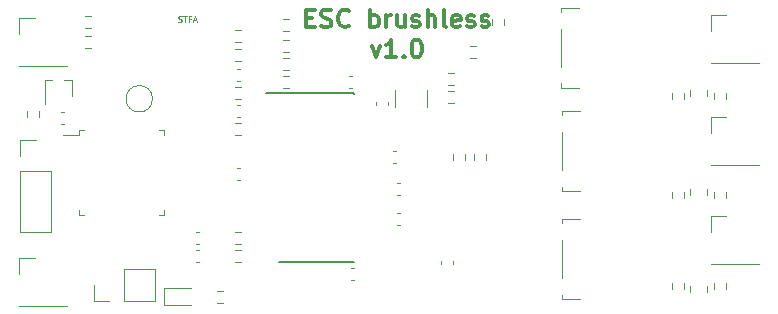
<source format=gto>
G04 #@! TF.GenerationSoftware,KiCad,Pcbnew,5.1.10-1.fc32*
G04 #@! TF.CreationDate,2021-08-09T17:43:32+02:00*
G04 #@! TF.ProjectId,esc_brushless,6573635f-6272-4757-9368-6c6573732e6b,rev?*
G04 #@! TF.SameCoordinates,Original*
G04 #@! TF.FileFunction,Legend,Top*
G04 #@! TF.FilePolarity,Positive*
%FSLAX46Y46*%
G04 Gerber Fmt 4.6, Leading zero omitted, Abs format (unit mm)*
G04 Created by KiCad (PCBNEW 5.1.10-1.fc32) date 2021-08-09 17:43:32*
%MOMM*%
%LPD*%
G01*
G04 APERTURE LIST*
%ADD10C,0.125000*%
%ADD11C,0.300000*%
%ADD12C,0.120000*%
%ADD13C,0.150000*%
%ADD14R,0.450000X0.700000*%
%ADD15R,3.400000X3.400000*%
%ADD16R,1.700000X1.700000*%
%ADD17O,1.700000X1.700000*%
%ADD18R,3.500000X2.000000*%
%ADD19R,7.000000X7.000000*%
%ADD20O,1.250000X1.250000*%
%ADD21R,1.550000X0.300000*%
%ADD22R,3.610000X6.350000*%
G04 APERTURE END LIST*
D10*
X203708095Y-94182380D02*
X203779523Y-94206190D01*
X203898571Y-94206190D01*
X203946190Y-94182380D01*
X203970000Y-94158571D01*
X203993809Y-94110952D01*
X203993809Y-94063333D01*
X203970000Y-94015714D01*
X203946190Y-93991904D01*
X203898571Y-93968095D01*
X203803333Y-93944285D01*
X203755714Y-93920476D01*
X203731904Y-93896666D01*
X203708095Y-93849047D01*
X203708095Y-93801428D01*
X203731904Y-93753809D01*
X203755714Y-93730000D01*
X203803333Y-93706190D01*
X203922380Y-93706190D01*
X203993809Y-93730000D01*
X204136666Y-93706190D02*
X204422380Y-93706190D01*
X204279523Y-94206190D02*
X204279523Y-93706190D01*
X204755714Y-93944285D02*
X204589047Y-93944285D01*
X204589047Y-94206190D02*
X204589047Y-93706190D01*
X204827142Y-93706190D01*
X204993809Y-94063333D02*
X205231904Y-94063333D01*
X204946190Y-94206190D02*
X205112857Y-93706190D01*
X205279523Y-94206190D01*
D11*
X214535714Y-93867857D02*
X215035714Y-93867857D01*
X215250000Y-94653571D02*
X214535714Y-94653571D01*
X214535714Y-93153571D01*
X215250000Y-93153571D01*
X215821428Y-94582142D02*
X216035714Y-94653571D01*
X216392857Y-94653571D01*
X216535714Y-94582142D01*
X216607142Y-94510714D01*
X216678571Y-94367857D01*
X216678571Y-94225000D01*
X216607142Y-94082142D01*
X216535714Y-94010714D01*
X216392857Y-93939285D01*
X216107142Y-93867857D01*
X215964285Y-93796428D01*
X215892857Y-93725000D01*
X215821428Y-93582142D01*
X215821428Y-93439285D01*
X215892857Y-93296428D01*
X215964285Y-93225000D01*
X216107142Y-93153571D01*
X216464285Y-93153571D01*
X216678571Y-93225000D01*
X218178571Y-94510714D02*
X218107142Y-94582142D01*
X217892857Y-94653571D01*
X217750000Y-94653571D01*
X217535714Y-94582142D01*
X217392857Y-94439285D01*
X217321428Y-94296428D01*
X217250000Y-94010714D01*
X217250000Y-93796428D01*
X217321428Y-93510714D01*
X217392857Y-93367857D01*
X217535714Y-93225000D01*
X217750000Y-93153571D01*
X217892857Y-93153571D01*
X218107142Y-93225000D01*
X218178571Y-93296428D01*
X219964285Y-94653571D02*
X219964285Y-93153571D01*
X219964285Y-93725000D02*
X220107142Y-93653571D01*
X220392857Y-93653571D01*
X220535714Y-93725000D01*
X220607142Y-93796428D01*
X220678571Y-93939285D01*
X220678571Y-94367857D01*
X220607142Y-94510714D01*
X220535714Y-94582142D01*
X220392857Y-94653571D01*
X220107142Y-94653571D01*
X219964285Y-94582142D01*
X221321428Y-94653571D02*
X221321428Y-93653571D01*
X221321428Y-93939285D02*
X221392857Y-93796428D01*
X221464285Y-93725000D01*
X221607142Y-93653571D01*
X221750000Y-93653571D01*
X222892857Y-93653571D02*
X222892857Y-94653571D01*
X222250000Y-93653571D02*
X222250000Y-94439285D01*
X222321428Y-94582142D01*
X222464285Y-94653571D01*
X222678571Y-94653571D01*
X222821428Y-94582142D01*
X222892857Y-94510714D01*
X223535714Y-94582142D02*
X223678571Y-94653571D01*
X223964285Y-94653571D01*
X224107142Y-94582142D01*
X224178571Y-94439285D01*
X224178571Y-94367857D01*
X224107142Y-94225000D01*
X223964285Y-94153571D01*
X223750000Y-94153571D01*
X223607142Y-94082142D01*
X223535714Y-93939285D01*
X223535714Y-93867857D01*
X223607142Y-93725000D01*
X223750000Y-93653571D01*
X223964285Y-93653571D01*
X224107142Y-93725000D01*
X224821428Y-94653571D02*
X224821428Y-93153571D01*
X225464285Y-94653571D02*
X225464285Y-93867857D01*
X225392857Y-93725000D01*
X225250000Y-93653571D01*
X225035714Y-93653571D01*
X224892857Y-93725000D01*
X224821428Y-93796428D01*
X226392857Y-94653571D02*
X226250000Y-94582142D01*
X226178571Y-94439285D01*
X226178571Y-93153571D01*
X227535714Y-94582142D02*
X227392857Y-94653571D01*
X227107142Y-94653571D01*
X226964285Y-94582142D01*
X226892857Y-94439285D01*
X226892857Y-93867857D01*
X226964285Y-93725000D01*
X227107142Y-93653571D01*
X227392857Y-93653571D01*
X227535714Y-93725000D01*
X227607142Y-93867857D01*
X227607142Y-94010714D01*
X226892857Y-94153571D01*
X228178571Y-94582142D02*
X228321428Y-94653571D01*
X228607142Y-94653571D01*
X228750000Y-94582142D01*
X228821428Y-94439285D01*
X228821428Y-94367857D01*
X228750000Y-94225000D01*
X228607142Y-94153571D01*
X228392857Y-94153571D01*
X228250000Y-94082142D01*
X228178571Y-93939285D01*
X228178571Y-93867857D01*
X228250000Y-93725000D01*
X228392857Y-93653571D01*
X228607142Y-93653571D01*
X228750000Y-93725000D01*
X229392857Y-94582142D02*
X229535714Y-94653571D01*
X229821428Y-94653571D01*
X229964285Y-94582142D01*
X230035714Y-94439285D01*
X230035714Y-94367857D01*
X229964285Y-94225000D01*
X229821428Y-94153571D01*
X229607142Y-94153571D01*
X229464285Y-94082142D01*
X229392857Y-93939285D01*
X229392857Y-93867857D01*
X229464285Y-93725000D01*
X229607142Y-93653571D01*
X229821428Y-93653571D01*
X229964285Y-93725000D01*
X220107142Y-96203571D02*
X220464285Y-97203571D01*
X220821428Y-96203571D01*
X222178571Y-97203571D02*
X221321428Y-97203571D01*
X221750000Y-97203571D02*
X221750000Y-95703571D01*
X221607142Y-95917857D01*
X221464285Y-96060714D01*
X221321428Y-96132142D01*
X222821428Y-97060714D02*
X222892857Y-97132142D01*
X222821428Y-97203571D01*
X222750000Y-97132142D01*
X222821428Y-97060714D01*
X222821428Y-97203571D01*
X223821428Y-95703571D02*
X223964285Y-95703571D01*
X224107142Y-95775000D01*
X224178571Y-95846428D01*
X224250000Y-95989285D01*
X224321428Y-96275000D01*
X224321428Y-96632142D01*
X224250000Y-96917857D01*
X224178571Y-97060714D01*
X224107142Y-97132142D01*
X223964285Y-97203571D01*
X223821428Y-97203571D01*
X223678571Y-97132142D01*
X223607142Y-97060714D01*
X223535714Y-96917857D01*
X223464285Y-96632142D01*
X223464285Y-96275000D01*
X223535714Y-95989285D01*
X223607142Y-95846428D01*
X223678571Y-95775000D01*
X223821428Y-95703571D01*
D12*
X248512000Y-117101252D02*
X248512000Y-116578748D01*
X247042000Y-117101252D02*
X247042000Y-116578748D01*
X247042000Y-108846252D02*
X247042000Y-108323748D01*
X248512000Y-108846252D02*
X248512000Y-108323748D01*
X248512000Y-100464252D02*
X248512000Y-99941748D01*
X247042000Y-100464252D02*
X247042000Y-99941748D01*
X222033000Y-101422252D02*
X222033000Y-99999748D01*
X224753000Y-101422252D02*
X224753000Y-99999748D01*
X218586267Y-116080000D02*
X218293733Y-116080000D01*
X218586267Y-115060000D02*
X218293733Y-115060000D01*
X221490000Y-101238267D02*
X221490000Y-100945733D01*
X220470000Y-101238267D02*
X220470000Y-100945733D01*
X205505267Y-112012000D02*
X205212733Y-112012000D01*
X205505267Y-113032000D02*
X205212733Y-113032000D01*
X205505267Y-114556000D02*
X205212733Y-114556000D01*
X205505267Y-113536000D02*
X205212733Y-113536000D01*
X218459267Y-99824000D02*
X218166733Y-99824000D01*
X218459267Y-98804000D02*
X218166733Y-98804000D01*
X221849733Y-105154000D02*
X222142267Y-105154000D01*
X221849733Y-106174000D02*
X222142267Y-106174000D01*
X222230733Y-108841000D02*
X222523267Y-108841000D01*
X222230733Y-107821000D02*
X222523267Y-107821000D01*
X222230733Y-110361000D02*
X222523267Y-110361000D01*
X222230733Y-111381000D02*
X222523267Y-111381000D01*
X208934267Y-106551000D02*
X208641733Y-106551000D01*
X208934267Y-107571000D02*
X208641733Y-107571000D01*
X208641733Y-98169000D02*
X208934267Y-98169000D01*
X208641733Y-99189000D02*
X208934267Y-99189000D01*
X208934267Y-101217000D02*
X208641733Y-101217000D01*
X208934267Y-102237000D02*
X208641733Y-102237000D01*
X194075267Y-102872000D02*
X193782733Y-102872000D01*
X194075267Y-101852000D02*
X193782733Y-101852000D01*
X204762000Y-116740000D02*
X202477000Y-116740000D01*
X202477000Y-116740000D02*
X202477000Y-118210000D01*
X202477000Y-118210000D02*
X204762000Y-118210000D01*
X194048000Y-99092000D02*
X194708000Y-99092000D01*
X192388000Y-99092000D02*
X193048000Y-99092000D01*
X192388000Y-99092000D02*
X192388000Y-101122000D01*
X194708000Y-100502000D02*
X194708000Y-99092000D01*
X190246000Y-93853000D02*
X191576000Y-93853000D01*
X190246000Y-95183000D02*
X190246000Y-93853000D01*
X194310000Y-97917000D02*
X190246000Y-97917000D01*
X194310000Y-118237000D02*
X190246000Y-118237000D01*
X190246000Y-115503000D02*
X190246000Y-114173000D01*
X190246000Y-114173000D02*
X191576000Y-114173000D01*
X190313000Y-111947000D02*
X192973000Y-111947000D01*
X190313000Y-106807000D02*
X190313000Y-111947000D01*
X192973000Y-106807000D02*
X192973000Y-111947000D01*
X190313000Y-106807000D02*
X192973000Y-106807000D01*
X190313000Y-105537000D02*
X190313000Y-104207000D01*
X190313000Y-104207000D02*
X191643000Y-104207000D01*
X201736000Y-117789000D02*
X201736000Y-115129000D01*
X199136000Y-117789000D02*
X201736000Y-117789000D01*
X199136000Y-115129000D02*
X201736000Y-115129000D01*
X199136000Y-117789000D02*
X199136000Y-115129000D01*
X197866000Y-117789000D02*
X196536000Y-117789000D01*
X196536000Y-117789000D02*
X196536000Y-116459000D01*
X252857000Y-114681000D02*
X248793000Y-114681000D01*
X248793000Y-111947000D02*
X248793000Y-110617000D01*
X248793000Y-110617000D02*
X250123000Y-110617000D01*
X248793000Y-102235000D02*
X250123000Y-102235000D01*
X248793000Y-103565000D02*
X248793000Y-102235000D01*
X252857000Y-106299000D02*
X248793000Y-106299000D01*
X248793000Y-93599000D02*
X250123000Y-93599000D01*
X248793000Y-94929000D02*
X248793000Y-93599000D01*
X252857000Y-97663000D02*
X248793000Y-97663000D01*
X236231000Y-117700000D02*
X236231000Y-117300000D01*
X237731000Y-117700000D02*
X236231000Y-117700000D01*
X236231000Y-115900000D02*
X236231000Y-112700000D01*
X236231000Y-110900000D02*
X237731000Y-110900000D01*
X236231000Y-111250000D02*
X236231000Y-110900000D01*
X236231000Y-102106000D02*
X236231000Y-101756000D01*
X236231000Y-101756000D02*
X237731000Y-101756000D01*
X236231000Y-106756000D02*
X236231000Y-103556000D01*
X237731000Y-108556000D02*
X236231000Y-108556000D01*
X236231000Y-108556000D02*
X236231000Y-108156000D01*
X236104000Y-93343000D02*
X236104000Y-92993000D01*
X236104000Y-92993000D02*
X237604000Y-92993000D01*
X236104000Y-97993000D02*
X236104000Y-94793000D01*
X237604000Y-99793000D02*
X236104000Y-99793000D01*
X236104000Y-99793000D02*
X236104000Y-99393000D01*
X191911500Y-101726276D02*
X191911500Y-102235724D01*
X190866500Y-101726276D02*
X190866500Y-102235724D01*
X207009276Y-116952500D02*
X207518724Y-116952500D01*
X207009276Y-117997500D02*
X207518724Y-117997500D01*
X227979500Y-105918724D02*
X227979500Y-105409276D01*
X226934500Y-105918724D02*
X226934500Y-105409276D01*
X227076724Y-101106500D02*
X226567276Y-101106500D01*
X227076724Y-100061500D02*
X226567276Y-100061500D01*
X231281500Y-94488724D02*
X231281500Y-93979276D01*
X230236500Y-94488724D02*
X230236500Y-93979276D01*
X228712500Y-105918724D02*
X228712500Y-105409276D01*
X229757500Y-105918724D02*
X229757500Y-105409276D01*
X227076724Y-98537500D02*
X226567276Y-98537500D01*
X227076724Y-99582500D02*
X226567276Y-99582500D01*
X228894724Y-97296500D02*
X228385276Y-97296500D01*
X228894724Y-96251500D02*
X228385276Y-96251500D01*
X245476500Y-116840724D02*
X245476500Y-116331276D01*
X246521500Y-116840724D02*
X246521500Y-116331276D01*
X249032500Y-116331276D02*
X249032500Y-116840724D01*
X250077500Y-116331276D02*
X250077500Y-116840724D01*
X246521500Y-109093724D02*
X246521500Y-108584276D01*
X245476500Y-109093724D02*
X245476500Y-108584276D01*
X250077500Y-108584276D02*
X250077500Y-109093724D01*
X249032500Y-108584276D02*
X249032500Y-109093724D01*
X245476500Y-100711724D02*
X245476500Y-100202276D01*
X246521500Y-100711724D02*
X246521500Y-100202276D01*
X249032500Y-100202276D02*
X249032500Y-100711724D01*
X250077500Y-100202276D02*
X250077500Y-100711724D01*
X212597276Y-93965500D02*
X213106724Y-93965500D01*
X212597276Y-95010500D02*
X213106724Y-95010500D01*
X209042724Y-103773500D02*
X208533276Y-103773500D01*
X209042724Y-102728500D02*
X208533276Y-102728500D01*
X208533276Y-95899500D02*
X209042724Y-95899500D01*
X208533276Y-94854500D02*
X209042724Y-94854500D01*
X209042724Y-113044500D02*
X208533276Y-113044500D01*
X209042724Y-111999500D02*
X208533276Y-111999500D01*
X209042724Y-113523500D02*
X208533276Y-113523500D01*
X209042724Y-114568500D02*
X208533276Y-114568500D01*
X209042724Y-96505500D02*
X208533276Y-96505500D01*
X209042724Y-97550500D02*
X208533276Y-97550500D01*
X212573776Y-98791500D02*
X213083224Y-98791500D01*
X212573776Y-99836500D02*
X213083224Y-99836500D01*
X212597276Y-95743500D02*
X213106724Y-95743500D01*
X212597276Y-96788500D02*
X213106724Y-96788500D01*
X213106724Y-97267500D02*
X212597276Y-97267500D01*
X213106724Y-98312500D02*
X212597276Y-98312500D01*
X209042724Y-100725500D02*
X208533276Y-100725500D01*
X209042724Y-99680500D02*
X208533276Y-99680500D01*
X196342724Y-93711500D02*
X195833276Y-93711500D01*
X196342724Y-94756500D02*
X195833276Y-94756500D01*
X195833276Y-96407500D02*
X196342724Y-96407500D01*
X195833276Y-95362500D02*
X196342724Y-95362500D01*
X201526000Y-100711000D02*
G75*
G03*
X201526000Y-100711000I-1120000J0D01*
G01*
D13*
X212217000Y-114567000D02*
X218567000Y-114567000D01*
X211142000Y-100242000D02*
X218567000Y-100242000D01*
X212217000Y-114567000D02*
X212217000Y-114559500D01*
X218567000Y-114567000D02*
X218567000Y-114559500D01*
X218567000Y-100317000D02*
X218567000Y-100324500D01*
D12*
X202042000Y-110544000D02*
X202492000Y-110544000D01*
X202492000Y-110544000D02*
X202492000Y-110094000D01*
X195722000Y-110544000D02*
X195272000Y-110544000D01*
X195272000Y-110544000D02*
X195272000Y-110094000D01*
X202042000Y-103324000D02*
X202492000Y-103324000D01*
X202492000Y-103324000D02*
X202492000Y-103774000D01*
X195722000Y-103324000D02*
X195272000Y-103324000D01*
X195272000Y-103324000D02*
X195272000Y-103774000D01*
X195272000Y-103774000D02*
X193982000Y-103774000D01*
X226951000Y-114407733D02*
X226951000Y-114700267D01*
X225931000Y-114407733D02*
X225931000Y-114700267D01*
%LPC*%
G36*
G01*
X248252000Y-118465000D02*
X247302000Y-118465000D01*
G75*
G02*
X247052000Y-118215000I0J250000D01*
G01*
X247052000Y-117540000D01*
G75*
G02*
X247302000Y-117290000I250000J0D01*
G01*
X248252000Y-117290000D01*
G75*
G02*
X248502000Y-117540000I0J-250000D01*
G01*
X248502000Y-118215000D01*
G75*
G02*
X248252000Y-118465000I-250000J0D01*
G01*
G37*
G36*
G01*
X248252000Y-116390000D02*
X247302000Y-116390000D01*
G75*
G02*
X247052000Y-116140000I0J250000D01*
G01*
X247052000Y-115465000D01*
G75*
G02*
X247302000Y-115215000I250000J0D01*
G01*
X248252000Y-115215000D01*
G75*
G02*
X248502000Y-115465000I0J-250000D01*
G01*
X248502000Y-116140000D01*
G75*
G02*
X248252000Y-116390000I-250000J0D01*
G01*
G37*
G36*
G01*
X248252000Y-108135000D02*
X247302000Y-108135000D01*
G75*
G02*
X247052000Y-107885000I0J250000D01*
G01*
X247052000Y-107210000D01*
G75*
G02*
X247302000Y-106960000I250000J0D01*
G01*
X248252000Y-106960000D01*
G75*
G02*
X248502000Y-107210000I0J-250000D01*
G01*
X248502000Y-107885000D01*
G75*
G02*
X248252000Y-108135000I-250000J0D01*
G01*
G37*
G36*
G01*
X248252000Y-110210000D02*
X247302000Y-110210000D01*
G75*
G02*
X247052000Y-109960000I0J250000D01*
G01*
X247052000Y-109285000D01*
G75*
G02*
X247302000Y-109035000I250000J0D01*
G01*
X248252000Y-109035000D01*
G75*
G02*
X248502000Y-109285000I0J-250000D01*
G01*
X248502000Y-109960000D01*
G75*
G02*
X248252000Y-110210000I-250000J0D01*
G01*
G37*
G36*
G01*
X248252000Y-101828000D02*
X247302000Y-101828000D01*
G75*
G02*
X247052000Y-101578000I0J250000D01*
G01*
X247052000Y-100903000D01*
G75*
G02*
X247302000Y-100653000I250000J0D01*
G01*
X248252000Y-100653000D01*
G75*
G02*
X248502000Y-100903000I0J-250000D01*
G01*
X248502000Y-101578000D01*
G75*
G02*
X248252000Y-101828000I-250000J0D01*
G01*
G37*
G36*
G01*
X248252000Y-99753000D02*
X247302000Y-99753000D01*
G75*
G02*
X247052000Y-99503000I0J250000D01*
G01*
X247052000Y-98828000D01*
G75*
G02*
X247302000Y-98578000I250000J0D01*
G01*
X248252000Y-98578000D01*
G75*
G02*
X248502000Y-98828000I0J-250000D01*
G01*
X248502000Y-99503000D01*
G75*
G02*
X248252000Y-99753000I-250000J0D01*
G01*
G37*
G36*
G01*
X224493002Y-102936000D02*
X222292998Y-102936000D01*
G75*
G02*
X222043000Y-102686002I0J249998D01*
G01*
X222043000Y-101860998D01*
G75*
G02*
X222292998Y-101611000I249998J0D01*
G01*
X224493002Y-101611000D01*
G75*
G02*
X224743000Y-101860998I0J-249998D01*
G01*
X224743000Y-102686002D01*
G75*
G02*
X224493002Y-102936000I-249998J0D01*
G01*
G37*
G36*
G01*
X224493002Y-99811000D02*
X222292998Y-99811000D01*
G75*
G02*
X222043000Y-99561002I0J249998D01*
G01*
X222043000Y-98735998D01*
G75*
G02*
X222292998Y-98486000I249998J0D01*
G01*
X224493002Y-98486000D01*
G75*
G02*
X224743000Y-98735998I0J-249998D01*
G01*
X224743000Y-99561002D01*
G75*
G02*
X224493002Y-99811000I-249998J0D01*
G01*
G37*
G36*
G01*
X219840000Y-115332500D02*
X219840000Y-115807500D01*
G75*
G02*
X219602500Y-116045000I-237500J0D01*
G01*
X219002500Y-116045000D01*
G75*
G02*
X218765000Y-115807500I0J237500D01*
G01*
X218765000Y-115332500D01*
G75*
G02*
X219002500Y-115095000I237500J0D01*
G01*
X219602500Y-115095000D01*
G75*
G02*
X219840000Y-115332500I0J-237500D01*
G01*
G37*
G36*
G01*
X218115000Y-115332500D02*
X218115000Y-115807500D01*
G75*
G02*
X217877500Y-116045000I-237500J0D01*
G01*
X217277500Y-116045000D01*
G75*
G02*
X217040000Y-115807500I0J237500D01*
G01*
X217040000Y-115332500D01*
G75*
G02*
X217277500Y-115095000I237500J0D01*
G01*
X217877500Y-115095000D01*
G75*
G02*
X218115000Y-115332500I0J-237500D01*
G01*
G37*
G36*
G01*
X221217500Y-100767000D02*
X220742500Y-100767000D01*
G75*
G02*
X220505000Y-100529500I0J237500D01*
G01*
X220505000Y-99929500D01*
G75*
G02*
X220742500Y-99692000I237500J0D01*
G01*
X221217500Y-99692000D01*
G75*
G02*
X221455000Y-99929500I0J-237500D01*
G01*
X221455000Y-100529500D01*
G75*
G02*
X221217500Y-100767000I-237500J0D01*
G01*
G37*
G36*
G01*
X221217500Y-102492000D02*
X220742500Y-102492000D01*
G75*
G02*
X220505000Y-102254500I0J237500D01*
G01*
X220505000Y-101654500D01*
G75*
G02*
X220742500Y-101417000I237500J0D01*
G01*
X221217500Y-101417000D01*
G75*
G02*
X221455000Y-101654500I0J-237500D01*
G01*
X221455000Y-102254500D01*
G75*
G02*
X221217500Y-102492000I-237500J0D01*
G01*
G37*
G36*
G01*
X205034000Y-112284500D02*
X205034000Y-112759500D01*
G75*
G02*
X204796500Y-112997000I-237500J0D01*
G01*
X204196500Y-112997000D01*
G75*
G02*
X203959000Y-112759500I0J237500D01*
G01*
X203959000Y-112284500D01*
G75*
G02*
X204196500Y-112047000I237500J0D01*
G01*
X204796500Y-112047000D01*
G75*
G02*
X205034000Y-112284500I0J-237500D01*
G01*
G37*
G36*
G01*
X206759000Y-112284500D02*
X206759000Y-112759500D01*
G75*
G02*
X206521500Y-112997000I-237500J0D01*
G01*
X205921500Y-112997000D01*
G75*
G02*
X205684000Y-112759500I0J237500D01*
G01*
X205684000Y-112284500D01*
G75*
G02*
X205921500Y-112047000I237500J0D01*
G01*
X206521500Y-112047000D01*
G75*
G02*
X206759000Y-112284500I0J-237500D01*
G01*
G37*
G36*
G01*
X206759000Y-113808500D02*
X206759000Y-114283500D01*
G75*
G02*
X206521500Y-114521000I-237500J0D01*
G01*
X205921500Y-114521000D01*
G75*
G02*
X205684000Y-114283500I0J237500D01*
G01*
X205684000Y-113808500D01*
G75*
G02*
X205921500Y-113571000I237500J0D01*
G01*
X206521500Y-113571000D01*
G75*
G02*
X206759000Y-113808500I0J-237500D01*
G01*
G37*
G36*
G01*
X205034000Y-113808500D02*
X205034000Y-114283500D01*
G75*
G02*
X204796500Y-114521000I-237500J0D01*
G01*
X204196500Y-114521000D01*
G75*
G02*
X203959000Y-114283500I0J237500D01*
G01*
X203959000Y-113808500D01*
G75*
G02*
X204196500Y-113571000I237500J0D01*
G01*
X204796500Y-113571000D01*
G75*
G02*
X205034000Y-113808500I0J-237500D01*
G01*
G37*
G36*
G01*
X219713000Y-99076500D02*
X219713000Y-99551500D01*
G75*
G02*
X219475500Y-99789000I-237500J0D01*
G01*
X218875500Y-99789000D01*
G75*
G02*
X218638000Y-99551500I0J237500D01*
G01*
X218638000Y-99076500D01*
G75*
G02*
X218875500Y-98839000I237500J0D01*
G01*
X219475500Y-98839000D01*
G75*
G02*
X219713000Y-99076500I0J-237500D01*
G01*
G37*
G36*
G01*
X217988000Y-99076500D02*
X217988000Y-99551500D01*
G75*
G02*
X217750500Y-99789000I-237500J0D01*
G01*
X217150500Y-99789000D01*
G75*
G02*
X216913000Y-99551500I0J237500D01*
G01*
X216913000Y-99076500D01*
G75*
G02*
X217150500Y-98839000I237500J0D01*
G01*
X217750500Y-98839000D01*
G75*
G02*
X217988000Y-99076500I0J-237500D01*
G01*
G37*
G36*
G01*
X220596000Y-105901500D02*
X220596000Y-105426500D01*
G75*
G02*
X220833500Y-105189000I237500J0D01*
G01*
X221433500Y-105189000D01*
G75*
G02*
X221671000Y-105426500I0J-237500D01*
G01*
X221671000Y-105901500D01*
G75*
G02*
X221433500Y-106139000I-237500J0D01*
G01*
X220833500Y-106139000D01*
G75*
G02*
X220596000Y-105901500I0J237500D01*
G01*
G37*
G36*
G01*
X222321000Y-105901500D02*
X222321000Y-105426500D01*
G75*
G02*
X222558500Y-105189000I237500J0D01*
G01*
X223158500Y-105189000D01*
G75*
G02*
X223396000Y-105426500I0J-237500D01*
G01*
X223396000Y-105901500D01*
G75*
G02*
X223158500Y-106139000I-237500J0D01*
G01*
X222558500Y-106139000D01*
G75*
G02*
X222321000Y-105901500I0J237500D01*
G01*
G37*
G36*
G01*
X222702000Y-108568500D02*
X222702000Y-108093500D01*
G75*
G02*
X222939500Y-107856000I237500J0D01*
G01*
X223539500Y-107856000D01*
G75*
G02*
X223777000Y-108093500I0J-237500D01*
G01*
X223777000Y-108568500D01*
G75*
G02*
X223539500Y-108806000I-237500J0D01*
G01*
X222939500Y-108806000D01*
G75*
G02*
X222702000Y-108568500I0J237500D01*
G01*
G37*
G36*
G01*
X220977000Y-108568500D02*
X220977000Y-108093500D01*
G75*
G02*
X221214500Y-107856000I237500J0D01*
G01*
X221814500Y-107856000D01*
G75*
G02*
X222052000Y-108093500I0J-237500D01*
G01*
X222052000Y-108568500D01*
G75*
G02*
X221814500Y-108806000I-237500J0D01*
G01*
X221214500Y-108806000D01*
G75*
G02*
X220977000Y-108568500I0J237500D01*
G01*
G37*
G36*
G01*
X220977000Y-111108500D02*
X220977000Y-110633500D01*
G75*
G02*
X221214500Y-110396000I237500J0D01*
G01*
X221814500Y-110396000D01*
G75*
G02*
X222052000Y-110633500I0J-237500D01*
G01*
X222052000Y-111108500D01*
G75*
G02*
X221814500Y-111346000I-237500J0D01*
G01*
X221214500Y-111346000D01*
G75*
G02*
X220977000Y-111108500I0J237500D01*
G01*
G37*
G36*
G01*
X222702000Y-111108500D02*
X222702000Y-110633500D01*
G75*
G02*
X222939500Y-110396000I237500J0D01*
G01*
X223539500Y-110396000D01*
G75*
G02*
X223777000Y-110633500I0J-237500D01*
G01*
X223777000Y-111108500D01*
G75*
G02*
X223539500Y-111346000I-237500J0D01*
G01*
X222939500Y-111346000D01*
G75*
G02*
X222702000Y-111108500I0J237500D01*
G01*
G37*
G36*
G01*
X208463000Y-106823500D02*
X208463000Y-107298500D01*
G75*
G02*
X208225500Y-107536000I-237500J0D01*
G01*
X207625500Y-107536000D01*
G75*
G02*
X207388000Y-107298500I0J237500D01*
G01*
X207388000Y-106823500D01*
G75*
G02*
X207625500Y-106586000I237500J0D01*
G01*
X208225500Y-106586000D01*
G75*
G02*
X208463000Y-106823500I0J-237500D01*
G01*
G37*
G36*
G01*
X210188000Y-106823500D02*
X210188000Y-107298500D01*
G75*
G02*
X209950500Y-107536000I-237500J0D01*
G01*
X209350500Y-107536000D01*
G75*
G02*
X209113000Y-107298500I0J237500D01*
G01*
X209113000Y-106823500D01*
G75*
G02*
X209350500Y-106586000I237500J0D01*
G01*
X209950500Y-106586000D01*
G75*
G02*
X210188000Y-106823500I0J-237500D01*
G01*
G37*
G36*
G01*
X207388000Y-98916500D02*
X207388000Y-98441500D01*
G75*
G02*
X207625500Y-98204000I237500J0D01*
G01*
X208225500Y-98204000D01*
G75*
G02*
X208463000Y-98441500I0J-237500D01*
G01*
X208463000Y-98916500D01*
G75*
G02*
X208225500Y-99154000I-237500J0D01*
G01*
X207625500Y-99154000D01*
G75*
G02*
X207388000Y-98916500I0J237500D01*
G01*
G37*
G36*
G01*
X209113000Y-98916500D02*
X209113000Y-98441500D01*
G75*
G02*
X209350500Y-98204000I237500J0D01*
G01*
X209950500Y-98204000D01*
G75*
G02*
X210188000Y-98441500I0J-237500D01*
G01*
X210188000Y-98916500D01*
G75*
G02*
X209950500Y-99154000I-237500J0D01*
G01*
X209350500Y-99154000D01*
G75*
G02*
X209113000Y-98916500I0J237500D01*
G01*
G37*
G36*
G01*
X208463000Y-101489500D02*
X208463000Y-101964500D01*
G75*
G02*
X208225500Y-102202000I-237500J0D01*
G01*
X207625500Y-102202000D01*
G75*
G02*
X207388000Y-101964500I0J237500D01*
G01*
X207388000Y-101489500D01*
G75*
G02*
X207625500Y-101252000I237500J0D01*
G01*
X208225500Y-101252000D01*
G75*
G02*
X208463000Y-101489500I0J-237500D01*
G01*
G37*
G36*
G01*
X210188000Y-101489500D02*
X210188000Y-101964500D01*
G75*
G02*
X209950500Y-102202000I-237500J0D01*
G01*
X209350500Y-102202000D01*
G75*
G02*
X209113000Y-101964500I0J237500D01*
G01*
X209113000Y-101489500D01*
G75*
G02*
X209350500Y-101252000I237500J0D01*
G01*
X209950500Y-101252000D01*
G75*
G02*
X210188000Y-101489500I0J-237500D01*
G01*
G37*
G36*
G01*
X195329000Y-102124500D02*
X195329000Y-102599500D01*
G75*
G02*
X195091500Y-102837000I-237500J0D01*
G01*
X194491500Y-102837000D01*
G75*
G02*
X194254000Y-102599500I0J237500D01*
G01*
X194254000Y-102124500D01*
G75*
G02*
X194491500Y-101887000I237500J0D01*
G01*
X195091500Y-101887000D01*
G75*
G02*
X195329000Y-102124500I0J-237500D01*
G01*
G37*
G36*
G01*
X193604000Y-102124500D02*
X193604000Y-102599500D01*
G75*
G02*
X193366500Y-102837000I-237500J0D01*
G01*
X192766500Y-102837000D01*
G75*
G02*
X192529000Y-102599500I0J237500D01*
G01*
X192529000Y-102124500D01*
G75*
G02*
X192766500Y-101887000I237500J0D01*
G01*
X193366500Y-101887000D01*
G75*
G02*
X193604000Y-102124500I0J-237500D01*
G01*
G37*
G36*
G01*
X202737000Y-117731250D02*
X202737000Y-117218750D01*
G75*
G02*
X202955750Y-117000000I218750J0D01*
G01*
X203393250Y-117000000D01*
G75*
G02*
X203612000Y-117218750I0J-218750D01*
G01*
X203612000Y-117731250D01*
G75*
G02*
X203393250Y-117950000I-218750J0D01*
G01*
X202955750Y-117950000D01*
G75*
G02*
X202737000Y-117731250I0J218750D01*
G01*
G37*
G36*
G01*
X204312000Y-117731250D02*
X204312000Y-117218750D01*
G75*
G02*
X204530750Y-117000000I218750J0D01*
G01*
X204968250Y-117000000D01*
G75*
G02*
X205187000Y-117218750I0J-218750D01*
G01*
X205187000Y-117731250D01*
G75*
G02*
X204968250Y-117950000I-218750J0D01*
G01*
X204530750Y-117950000D01*
G75*
G02*
X204312000Y-117731250I0J218750D01*
G01*
G37*
D14*
X192898000Y-100822000D03*
X194198000Y-100822000D03*
X193548000Y-98822000D03*
D15*
X192278000Y-95885000D03*
X192278000Y-116205000D03*
D16*
X191643000Y-105537000D03*
D17*
X191643000Y-108077000D03*
X191643000Y-110617000D03*
D16*
X197866000Y-116459000D03*
D17*
X200406000Y-116459000D03*
D15*
X250825000Y-112649000D03*
X250825000Y-104267000D03*
X250825000Y-95631000D03*
D18*
X233931000Y-112000000D03*
X233931000Y-116580000D03*
D19*
X241331000Y-114300000D03*
X241331000Y-105156000D03*
D18*
X233931000Y-107436000D03*
X233931000Y-102856000D03*
D19*
X241204000Y-96393000D03*
D18*
X233804000Y-98673000D03*
X233804000Y-94093000D03*
G36*
G01*
X191151500Y-100581000D02*
X191626500Y-100581000D01*
G75*
G02*
X191864000Y-100818500I0J-237500D01*
G01*
X191864000Y-101318500D01*
G75*
G02*
X191626500Y-101556000I-237500J0D01*
G01*
X191151500Y-101556000D01*
G75*
G02*
X190914000Y-101318500I0J237500D01*
G01*
X190914000Y-100818500D01*
G75*
G02*
X191151500Y-100581000I237500J0D01*
G01*
G37*
G36*
G01*
X191151500Y-102406000D02*
X191626500Y-102406000D01*
G75*
G02*
X191864000Y-102643500I0J-237500D01*
G01*
X191864000Y-103143500D01*
G75*
G02*
X191626500Y-103381000I-237500J0D01*
G01*
X191151500Y-103381000D01*
G75*
G02*
X190914000Y-103143500I0J237500D01*
G01*
X190914000Y-102643500D01*
G75*
G02*
X191151500Y-102406000I237500J0D01*
G01*
G37*
G36*
G01*
X205864000Y-117712500D02*
X205864000Y-117237500D01*
G75*
G02*
X206101500Y-117000000I237500J0D01*
G01*
X206601500Y-117000000D01*
G75*
G02*
X206839000Y-117237500I0J-237500D01*
G01*
X206839000Y-117712500D01*
G75*
G02*
X206601500Y-117950000I-237500J0D01*
G01*
X206101500Y-117950000D01*
G75*
G02*
X205864000Y-117712500I0J237500D01*
G01*
G37*
G36*
G01*
X207689000Y-117712500D02*
X207689000Y-117237500D01*
G75*
G02*
X207926500Y-117000000I237500J0D01*
G01*
X208426500Y-117000000D01*
G75*
G02*
X208664000Y-117237500I0J-237500D01*
G01*
X208664000Y-117712500D01*
G75*
G02*
X208426500Y-117950000I-237500J0D01*
G01*
X207926500Y-117950000D01*
G75*
G02*
X207689000Y-117712500I0J237500D01*
G01*
G37*
G36*
G01*
X227694500Y-105239000D02*
X227219500Y-105239000D01*
G75*
G02*
X226982000Y-105001500I0J237500D01*
G01*
X226982000Y-104501500D01*
G75*
G02*
X227219500Y-104264000I237500J0D01*
G01*
X227694500Y-104264000D01*
G75*
G02*
X227932000Y-104501500I0J-237500D01*
G01*
X227932000Y-105001500D01*
G75*
G02*
X227694500Y-105239000I-237500J0D01*
G01*
G37*
G36*
G01*
X227694500Y-107064000D02*
X227219500Y-107064000D01*
G75*
G02*
X226982000Y-106826500I0J237500D01*
G01*
X226982000Y-106326500D01*
G75*
G02*
X227219500Y-106089000I237500J0D01*
G01*
X227694500Y-106089000D01*
G75*
G02*
X227932000Y-106326500I0J-237500D01*
G01*
X227932000Y-106826500D01*
G75*
G02*
X227694500Y-107064000I-237500J0D01*
G01*
G37*
G36*
G01*
X228222000Y-100346500D02*
X228222000Y-100821500D01*
G75*
G02*
X227984500Y-101059000I-237500J0D01*
G01*
X227484500Y-101059000D01*
G75*
G02*
X227247000Y-100821500I0J237500D01*
G01*
X227247000Y-100346500D01*
G75*
G02*
X227484500Y-100109000I237500J0D01*
G01*
X227984500Y-100109000D01*
G75*
G02*
X228222000Y-100346500I0J-237500D01*
G01*
G37*
G36*
G01*
X226397000Y-100346500D02*
X226397000Y-100821500D01*
G75*
G02*
X226159500Y-101059000I-237500J0D01*
G01*
X225659500Y-101059000D01*
G75*
G02*
X225422000Y-100821500I0J237500D01*
G01*
X225422000Y-100346500D01*
G75*
G02*
X225659500Y-100109000I237500J0D01*
G01*
X226159500Y-100109000D01*
G75*
G02*
X226397000Y-100346500I0J-237500D01*
G01*
G37*
G36*
G01*
X230996500Y-93809000D02*
X230521500Y-93809000D01*
G75*
G02*
X230284000Y-93571500I0J237500D01*
G01*
X230284000Y-93071500D01*
G75*
G02*
X230521500Y-92834000I237500J0D01*
G01*
X230996500Y-92834000D01*
G75*
G02*
X231234000Y-93071500I0J-237500D01*
G01*
X231234000Y-93571500D01*
G75*
G02*
X230996500Y-93809000I-237500J0D01*
G01*
G37*
G36*
G01*
X230996500Y-95634000D02*
X230521500Y-95634000D01*
G75*
G02*
X230284000Y-95396500I0J237500D01*
G01*
X230284000Y-94896500D01*
G75*
G02*
X230521500Y-94659000I237500J0D01*
G01*
X230996500Y-94659000D01*
G75*
G02*
X231234000Y-94896500I0J-237500D01*
G01*
X231234000Y-95396500D01*
G75*
G02*
X230996500Y-95634000I-237500J0D01*
G01*
G37*
G36*
G01*
X229472500Y-107064000D02*
X228997500Y-107064000D01*
G75*
G02*
X228760000Y-106826500I0J237500D01*
G01*
X228760000Y-106326500D01*
G75*
G02*
X228997500Y-106089000I237500J0D01*
G01*
X229472500Y-106089000D01*
G75*
G02*
X229710000Y-106326500I0J-237500D01*
G01*
X229710000Y-106826500D01*
G75*
G02*
X229472500Y-107064000I-237500J0D01*
G01*
G37*
G36*
G01*
X229472500Y-105239000D02*
X228997500Y-105239000D01*
G75*
G02*
X228760000Y-105001500I0J237500D01*
G01*
X228760000Y-104501500D01*
G75*
G02*
X228997500Y-104264000I237500J0D01*
G01*
X229472500Y-104264000D01*
G75*
G02*
X229710000Y-104501500I0J-237500D01*
G01*
X229710000Y-105001500D01*
G75*
G02*
X229472500Y-105239000I-237500J0D01*
G01*
G37*
G36*
G01*
X226397000Y-98822500D02*
X226397000Y-99297500D01*
G75*
G02*
X226159500Y-99535000I-237500J0D01*
G01*
X225659500Y-99535000D01*
G75*
G02*
X225422000Y-99297500I0J237500D01*
G01*
X225422000Y-98822500D01*
G75*
G02*
X225659500Y-98585000I237500J0D01*
G01*
X226159500Y-98585000D01*
G75*
G02*
X226397000Y-98822500I0J-237500D01*
G01*
G37*
G36*
G01*
X228222000Y-98822500D02*
X228222000Y-99297500D01*
G75*
G02*
X227984500Y-99535000I-237500J0D01*
G01*
X227484500Y-99535000D01*
G75*
G02*
X227247000Y-99297500I0J237500D01*
G01*
X227247000Y-98822500D01*
G75*
G02*
X227484500Y-98585000I237500J0D01*
G01*
X227984500Y-98585000D01*
G75*
G02*
X228222000Y-98822500I0J-237500D01*
G01*
G37*
G36*
G01*
X230040000Y-96536500D02*
X230040000Y-97011500D01*
G75*
G02*
X229802500Y-97249000I-237500J0D01*
G01*
X229302500Y-97249000D01*
G75*
G02*
X229065000Y-97011500I0J237500D01*
G01*
X229065000Y-96536500D01*
G75*
G02*
X229302500Y-96299000I237500J0D01*
G01*
X229802500Y-96299000D01*
G75*
G02*
X230040000Y-96536500I0J-237500D01*
G01*
G37*
G36*
G01*
X228215000Y-96536500D02*
X228215000Y-97011500D01*
G75*
G02*
X227977500Y-97249000I-237500J0D01*
G01*
X227477500Y-97249000D01*
G75*
G02*
X227240000Y-97011500I0J237500D01*
G01*
X227240000Y-96536500D01*
G75*
G02*
X227477500Y-96299000I237500J0D01*
G01*
X227977500Y-96299000D01*
G75*
G02*
X228215000Y-96536500I0J-237500D01*
G01*
G37*
G36*
G01*
X246236500Y-117986000D02*
X245761500Y-117986000D01*
G75*
G02*
X245524000Y-117748500I0J237500D01*
G01*
X245524000Y-117248500D01*
G75*
G02*
X245761500Y-117011000I237500J0D01*
G01*
X246236500Y-117011000D01*
G75*
G02*
X246474000Y-117248500I0J-237500D01*
G01*
X246474000Y-117748500D01*
G75*
G02*
X246236500Y-117986000I-237500J0D01*
G01*
G37*
G36*
G01*
X246236500Y-116161000D02*
X245761500Y-116161000D01*
G75*
G02*
X245524000Y-115923500I0J237500D01*
G01*
X245524000Y-115423500D01*
G75*
G02*
X245761500Y-115186000I237500J0D01*
G01*
X246236500Y-115186000D01*
G75*
G02*
X246474000Y-115423500I0J-237500D01*
G01*
X246474000Y-115923500D01*
G75*
G02*
X246236500Y-116161000I-237500J0D01*
G01*
G37*
G36*
G01*
X249317500Y-117011000D02*
X249792500Y-117011000D01*
G75*
G02*
X250030000Y-117248500I0J-237500D01*
G01*
X250030000Y-117748500D01*
G75*
G02*
X249792500Y-117986000I-237500J0D01*
G01*
X249317500Y-117986000D01*
G75*
G02*
X249080000Y-117748500I0J237500D01*
G01*
X249080000Y-117248500D01*
G75*
G02*
X249317500Y-117011000I237500J0D01*
G01*
G37*
G36*
G01*
X249317500Y-115186000D02*
X249792500Y-115186000D01*
G75*
G02*
X250030000Y-115423500I0J-237500D01*
G01*
X250030000Y-115923500D01*
G75*
G02*
X249792500Y-116161000I-237500J0D01*
G01*
X249317500Y-116161000D01*
G75*
G02*
X249080000Y-115923500I0J237500D01*
G01*
X249080000Y-115423500D01*
G75*
G02*
X249317500Y-115186000I237500J0D01*
G01*
G37*
G36*
G01*
X246236500Y-108414000D02*
X245761500Y-108414000D01*
G75*
G02*
X245524000Y-108176500I0J237500D01*
G01*
X245524000Y-107676500D01*
G75*
G02*
X245761500Y-107439000I237500J0D01*
G01*
X246236500Y-107439000D01*
G75*
G02*
X246474000Y-107676500I0J-237500D01*
G01*
X246474000Y-108176500D01*
G75*
G02*
X246236500Y-108414000I-237500J0D01*
G01*
G37*
G36*
G01*
X246236500Y-110239000D02*
X245761500Y-110239000D01*
G75*
G02*
X245524000Y-110001500I0J237500D01*
G01*
X245524000Y-109501500D01*
G75*
G02*
X245761500Y-109264000I237500J0D01*
G01*
X246236500Y-109264000D01*
G75*
G02*
X246474000Y-109501500I0J-237500D01*
G01*
X246474000Y-110001500D01*
G75*
G02*
X246236500Y-110239000I-237500J0D01*
G01*
G37*
G36*
G01*
X249317500Y-107439000D02*
X249792500Y-107439000D01*
G75*
G02*
X250030000Y-107676500I0J-237500D01*
G01*
X250030000Y-108176500D01*
G75*
G02*
X249792500Y-108414000I-237500J0D01*
G01*
X249317500Y-108414000D01*
G75*
G02*
X249080000Y-108176500I0J237500D01*
G01*
X249080000Y-107676500D01*
G75*
G02*
X249317500Y-107439000I237500J0D01*
G01*
G37*
G36*
G01*
X249317500Y-109264000D02*
X249792500Y-109264000D01*
G75*
G02*
X250030000Y-109501500I0J-237500D01*
G01*
X250030000Y-110001500D01*
G75*
G02*
X249792500Y-110239000I-237500J0D01*
G01*
X249317500Y-110239000D01*
G75*
G02*
X249080000Y-110001500I0J237500D01*
G01*
X249080000Y-109501500D01*
G75*
G02*
X249317500Y-109264000I237500J0D01*
G01*
G37*
G36*
G01*
X246236500Y-101857000D02*
X245761500Y-101857000D01*
G75*
G02*
X245524000Y-101619500I0J237500D01*
G01*
X245524000Y-101119500D01*
G75*
G02*
X245761500Y-100882000I237500J0D01*
G01*
X246236500Y-100882000D01*
G75*
G02*
X246474000Y-101119500I0J-237500D01*
G01*
X246474000Y-101619500D01*
G75*
G02*
X246236500Y-101857000I-237500J0D01*
G01*
G37*
G36*
G01*
X246236500Y-100032000D02*
X245761500Y-100032000D01*
G75*
G02*
X245524000Y-99794500I0J237500D01*
G01*
X245524000Y-99294500D01*
G75*
G02*
X245761500Y-99057000I237500J0D01*
G01*
X246236500Y-99057000D01*
G75*
G02*
X246474000Y-99294500I0J-237500D01*
G01*
X246474000Y-99794500D01*
G75*
G02*
X246236500Y-100032000I-237500J0D01*
G01*
G37*
G36*
G01*
X249317500Y-100882000D02*
X249792500Y-100882000D01*
G75*
G02*
X250030000Y-101119500I0J-237500D01*
G01*
X250030000Y-101619500D01*
G75*
G02*
X249792500Y-101857000I-237500J0D01*
G01*
X249317500Y-101857000D01*
G75*
G02*
X249080000Y-101619500I0J237500D01*
G01*
X249080000Y-101119500D01*
G75*
G02*
X249317500Y-100882000I237500J0D01*
G01*
G37*
G36*
G01*
X249317500Y-99057000D02*
X249792500Y-99057000D01*
G75*
G02*
X250030000Y-99294500I0J-237500D01*
G01*
X250030000Y-99794500D01*
G75*
G02*
X249792500Y-100032000I-237500J0D01*
G01*
X249317500Y-100032000D01*
G75*
G02*
X249080000Y-99794500I0J237500D01*
G01*
X249080000Y-99294500D01*
G75*
G02*
X249317500Y-99057000I237500J0D01*
G01*
G37*
G36*
G01*
X211452000Y-94725500D02*
X211452000Y-94250500D01*
G75*
G02*
X211689500Y-94013000I237500J0D01*
G01*
X212189500Y-94013000D01*
G75*
G02*
X212427000Y-94250500I0J-237500D01*
G01*
X212427000Y-94725500D01*
G75*
G02*
X212189500Y-94963000I-237500J0D01*
G01*
X211689500Y-94963000D01*
G75*
G02*
X211452000Y-94725500I0J237500D01*
G01*
G37*
G36*
G01*
X213277000Y-94725500D02*
X213277000Y-94250500D01*
G75*
G02*
X213514500Y-94013000I237500J0D01*
G01*
X214014500Y-94013000D01*
G75*
G02*
X214252000Y-94250500I0J-237500D01*
G01*
X214252000Y-94725500D01*
G75*
G02*
X214014500Y-94963000I-237500J0D01*
G01*
X213514500Y-94963000D01*
G75*
G02*
X213277000Y-94725500I0J237500D01*
G01*
G37*
G36*
G01*
X210188000Y-103013500D02*
X210188000Y-103488500D01*
G75*
G02*
X209950500Y-103726000I-237500J0D01*
G01*
X209450500Y-103726000D01*
G75*
G02*
X209213000Y-103488500I0J237500D01*
G01*
X209213000Y-103013500D01*
G75*
G02*
X209450500Y-102776000I237500J0D01*
G01*
X209950500Y-102776000D01*
G75*
G02*
X210188000Y-103013500I0J-237500D01*
G01*
G37*
G36*
G01*
X208363000Y-103013500D02*
X208363000Y-103488500D01*
G75*
G02*
X208125500Y-103726000I-237500J0D01*
G01*
X207625500Y-103726000D01*
G75*
G02*
X207388000Y-103488500I0J237500D01*
G01*
X207388000Y-103013500D01*
G75*
G02*
X207625500Y-102776000I237500J0D01*
G01*
X208125500Y-102776000D01*
G75*
G02*
X208363000Y-103013500I0J-237500D01*
G01*
G37*
G36*
G01*
X209213000Y-95614500D02*
X209213000Y-95139500D01*
G75*
G02*
X209450500Y-94902000I237500J0D01*
G01*
X209950500Y-94902000D01*
G75*
G02*
X210188000Y-95139500I0J-237500D01*
G01*
X210188000Y-95614500D01*
G75*
G02*
X209950500Y-95852000I-237500J0D01*
G01*
X209450500Y-95852000D01*
G75*
G02*
X209213000Y-95614500I0J237500D01*
G01*
G37*
G36*
G01*
X207388000Y-95614500D02*
X207388000Y-95139500D01*
G75*
G02*
X207625500Y-94902000I237500J0D01*
G01*
X208125500Y-94902000D01*
G75*
G02*
X208363000Y-95139500I0J-237500D01*
G01*
X208363000Y-95614500D01*
G75*
G02*
X208125500Y-95852000I-237500J0D01*
G01*
X207625500Y-95852000D01*
G75*
G02*
X207388000Y-95614500I0J237500D01*
G01*
G37*
G36*
G01*
X210188000Y-112284500D02*
X210188000Y-112759500D01*
G75*
G02*
X209950500Y-112997000I-237500J0D01*
G01*
X209450500Y-112997000D01*
G75*
G02*
X209213000Y-112759500I0J237500D01*
G01*
X209213000Y-112284500D01*
G75*
G02*
X209450500Y-112047000I237500J0D01*
G01*
X209950500Y-112047000D01*
G75*
G02*
X210188000Y-112284500I0J-237500D01*
G01*
G37*
G36*
G01*
X208363000Y-112284500D02*
X208363000Y-112759500D01*
G75*
G02*
X208125500Y-112997000I-237500J0D01*
G01*
X207625500Y-112997000D01*
G75*
G02*
X207388000Y-112759500I0J237500D01*
G01*
X207388000Y-112284500D01*
G75*
G02*
X207625500Y-112047000I237500J0D01*
G01*
X208125500Y-112047000D01*
G75*
G02*
X208363000Y-112284500I0J-237500D01*
G01*
G37*
G36*
G01*
X208363000Y-113808500D02*
X208363000Y-114283500D01*
G75*
G02*
X208125500Y-114521000I-237500J0D01*
G01*
X207625500Y-114521000D01*
G75*
G02*
X207388000Y-114283500I0J237500D01*
G01*
X207388000Y-113808500D01*
G75*
G02*
X207625500Y-113571000I237500J0D01*
G01*
X208125500Y-113571000D01*
G75*
G02*
X208363000Y-113808500I0J-237500D01*
G01*
G37*
G36*
G01*
X210188000Y-113808500D02*
X210188000Y-114283500D01*
G75*
G02*
X209950500Y-114521000I-237500J0D01*
G01*
X209450500Y-114521000D01*
G75*
G02*
X209213000Y-114283500I0J237500D01*
G01*
X209213000Y-113808500D01*
G75*
G02*
X209450500Y-113571000I237500J0D01*
G01*
X209950500Y-113571000D01*
G75*
G02*
X210188000Y-113808500I0J-237500D01*
G01*
G37*
G36*
G01*
X208363000Y-96790500D02*
X208363000Y-97265500D01*
G75*
G02*
X208125500Y-97503000I-237500J0D01*
G01*
X207625500Y-97503000D01*
G75*
G02*
X207388000Y-97265500I0J237500D01*
G01*
X207388000Y-96790500D01*
G75*
G02*
X207625500Y-96553000I237500J0D01*
G01*
X208125500Y-96553000D01*
G75*
G02*
X208363000Y-96790500I0J-237500D01*
G01*
G37*
G36*
G01*
X210188000Y-96790500D02*
X210188000Y-97265500D01*
G75*
G02*
X209950500Y-97503000I-237500J0D01*
G01*
X209450500Y-97503000D01*
G75*
G02*
X209213000Y-97265500I0J237500D01*
G01*
X209213000Y-96790500D01*
G75*
G02*
X209450500Y-96553000I237500J0D01*
G01*
X209950500Y-96553000D01*
G75*
G02*
X210188000Y-96790500I0J-237500D01*
G01*
G37*
G36*
G01*
X211428500Y-99551500D02*
X211428500Y-99076500D01*
G75*
G02*
X211666000Y-98839000I237500J0D01*
G01*
X212166000Y-98839000D01*
G75*
G02*
X212403500Y-99076500I0J-237500D01*
G01*
X212403500Y-99551500D01*
G75*
G02*
X212166000Y-99789000I-237500J0D01*
G01*
X211666000Y-99789000D01*
G75*
G02*
X211428500Y-99551500I0J237500D01*
G01*
G37*
G36*
G01*
X213253500Y-99551500D02*
X213253500Y-99076500D01*
G75*
G02*
X213491000Y-98839000I237500J0D01*
G01*
X213991000Y-98839000D01*
G75*
G02*
X214228500Y-99076500I0J-237500D01*
G01*
X214228500Y-99551500D01*
G75*
G02*
X213991000Y-99789000I-237500J0D01*
G01*
X213491000Y-99789000D01*
G75*
G02*
X213253500Y-99551500I0J237500D01*
G01*
G37*
G36*
G01*
X211452000Y-96503500D02*
X211452000Y-96028500D01*
G75*
G02*
X211689500Y-95791000I237500J0D01*
G01*
X212189500Y-95791000D01*
G75*
G02*
X212427000Y-96028500I0J-237500D01*
G01*
X212427000Y-96503500D01*
G75*
G02*
X212189500Y-96741000I-237500J0D01*
G01*
X211689500Y-96741000D01*
G75*
G02*
X211452000Y-96503500I0J237500D01*
G01*
G37*
G36*
G01*
X213277000Y-96503500D02*
X213277000Y-96028500D01*
G75*
G02*
X213514500Y-95791000I237500J0D01*
G01*
X214014500Y-95791000D01*
G75*
G02*
X214252000Y-96028500I0J-237500D01*
G01*
X214252000Y-96503500D01*
G75*
G02*
X214014500Y-96741000I-237500J0D01*
G01*
X213514500Y-96741000D01*
G75*
G02*
X213277000Y-96503500I0J237500D01*
G01*
G37*
G36*
G01*
X212427000Y-97552500D02*
X212427000Y-98027500D01*
G75*
G02*
X212189500Y-98265000I-237500J0D01*
G01*
X211689500Y-98265000D01*
G75*
G02*
X211452000Y-98027500I0J237500D01*
G01*
X211452000Y-97552500D01*
G75*
G02*
X211689500Y-97315000I237500J0D01*
G01*
X212189500Y-97315000D01*
G75*
G02*
X212427000Y-97552500I0J-237500D01*
G01*
G37*
G36*
G01*
X214252000Y-97552500D02*
X214252000Y-98027500D01*
G75*
G02*
X214014500Y-98265000I-237500J0D01*
G01*
X213514500Y-98265000D01*
G75*
G02*
X213277000Y-98027500I0J237500D01*
G01*
X213277000Y-97552500D01*
G75*
G02*
X213514500Y-97315000I237500J0D01*
G01*
X214014500Y-97315000D01*
G75*
G02*
X214252000Y-97552500I0J-237500D01*
G01*
G37*
G36*
G01*
X210188000Y-99965500D02*
X210188000Y-100440500D01*
G75*
G02*
X209950500Y-100678000I-237500J0D01*
G01*
X209450500Y-100678000D01*
G75*
G02*
X209213000Y-100440500I0J237500D01*
G01*
X209213000Y-99965500D01*
G75*
G02*
X209450500Y-99728000I237500J0D01*
G01*
X209950500Y-99728000D01*
G75*
G02*
X210188000Y-99965500I0J-237500D01*
G01*
G37*
G36*
G01*
X208363000Y-99965500D02*
X208363000Y-100440500D01*
G75*
G02*
X208125500Y-100678000I-237500J0D01*
G01*
X207625500Y-100678000D01*
G75*
G02*
X207388000Y-100440500I0J237500D01*
G01*
X207388000Y-99965500D01*
G75*
G02*
X207625500Y-99728000I237500J0D01*
G01*
X208125500Y-99728000D01*
G75*
G02*
X208363000Y-99965500I0J-237500D01*
G01*
G37*
G36*
G01*
X195663000Y-93996500D02*
X195663000Y-94471500D01*
G75*
G02*
X195425500Y-94709000I-237500J0D01*
G01*
X194925500Y-94709000D01*
G75*
G02*
X194688000Y-94471500I0J237500D01*
G01*
X194688000Y-93996500D01*
G75*
G02*
X194925500Y-93759000I237500J0D01*
G01*
X195425500Y-93759000D01*
G75*
G02*
X195663000Y-93996500I0J-237500D01*
G01*
G37*
G36*
G01*
X197488000Y-93996500D02*
X197488000Y-94471500D01*
G75*
G02*
X197250500Y-94709000I-237500J0D01*
G01*
X196750500Y-94709000D01*
G75*
G02*
X196513000Y-94471500I0J237500D01*
G01*
X196513000Y-93996500D01*
G75*
G02*
X196750500Y-93759000I237500J0D01*
G01*
X197250500Y-93759000D01*
G75*
G02*
X197488000Y-93996500I0J-237500D01*
G01*
G37*
G36*
G01*
X196513000Y-96122500D02*
X196513000Y-95647500D01*
G75*
G02*
X196750500Y-95410000I237500J0D01*
G01*
X197250500Y-95410000D01*
G75*
G02*
X197488000Y-95647500I0J-237500D01*
G01*
X197488000Y-96122500D01*
G75*
G02*
X197250500Y-96360000I-237500J0D01*
G01*
X196750500Y-96360000D01*
G75*
G02*
X196513000Y-96122500I0J237500D01*
G01*
G37*
G36*
G01*
X194688000Y-96122500D02*
X194688000Y-95647500D01*
G75*
G02*
X194925500Y-95410000I237500J0D01*
G01*
X195425500Y-95410000D01*
G75*
G02*
X195663000Y-95647500I0J-237500D01*
G01*
X195663000Y-96122500D01*
G75*
G02*
X195425500Y-96360000I-237500J0D01*
G01*
X194925500Y-96360000D01*
G75*
G02*
X194688000Y-96122500I0J237500D01*
G01*
G37*
D20*
X200406000Y-100711000D03*
D21*
X211642000Y-100692000D03*
X211642000Y-101192000D03*
X211642000Y-101692000D03*
X211642000Y-102192000D03*
X211642000Y-102692000D03*
X211642000Y-103192000D03*
X211642000Y-103692000D03*
X211642000Y-104192000D03*
X211642000Y-104692000D03*
X211642000Y-105192000D03*
X211642000Y-105692000D03*
X211642000Y-106192000D03*
X211642000Y-106692000D03*
X211642000Y-107192000D03*
X211642000Y-107692000D03*
X211642000Y-108192000D03*
X211642000Y-108692000D03*
X211642000Y-109192000D03*
X211642000Y-109692000D03*
X211642000Y-110192000D03*
X211642000Y-110692000D03*
X211642000Y-111192000D03*
X211642000Y-111692000D03*
X211642000Y-112192000D03*
X211642000Y-112692000D03*
X211642000Y-113192000D03*
X211642000Y-113692000D03*
X211642000Y-114192000D03*
X219142000Y-114192000D03*
X219142000Y-113692000D03*
X219142000Y-113192000D03*
X219142000Y-112692000D03*
X219142000Y-112192000D03*
X219142000Y-111692000D03*
X219142000Y-111192000D03*
X219142000Y-110692000D03*
X219142000Y-110192000D03*
X219142000Y-109692000D03*
X219142000Y-109192000D03*
X219142000Y-108692000D03*
X219142000Y-108192000D03*
X219142000Y-107692000D03*
X219142000Y-107192000D03*
X219142000Y-106692000D03*
X219142000Y-106192000D03*
X219142000Y-105692000D03*
X219142000Y-105192000D03*
X219142000Y-104692000D03*
X219142000Y-104192000D03*
X219142000Y-103692000D03*
X219142000Y-103192000D03*
X219142000Y-102692000D03*
X219142000Y-102192000D03*
X219142000Y-101692000D03*
X219142000Y-101192000D03*
X219142000Y-100692000D03*
D22*
X215392000Y-107442000D03*
G36*
G01*
X193982000Y-104259000D02*
X193982000Y-104109000D01*
G75*
G02*
X194057000Y-104034000I75000J0D01*
G01*
X195382000Y-104034000D01*
G75*
G02*
X195457000Y-104109000I0J-75000D01*
G01*
X195457000Y-104259000D01*
G75*
G02*
X195382000Y-104334000I-75000J0D01*
G01*
X194057000Y-104334000D01*
G75*
G02*
X193982000Y-104259000I0J75000D01*
G01*
G37*
G36*
G01*
X193982000Y-104759000D02*
X193982000Y-104609000D01*
G75*
G02*
X194057000Y-104534000I75000J0D01*
G01*
X195382000Y-104534000D01*
G75*
G02*
X195457000Y-104609000I0J-75000D01*
G01*
X195457000Y-104759000D01*
G75*
G02*
X195382000Y-104834000I-75000J0D01*
G01*
X194057000Y-104834000D01*
G75*
G02*
X193982000Y-104759000I0J75000D01*
G01*
G37*
G36*
G01*
X193982000Y-105259000D02*
X193982000Y-105109000D01*
G75*
G02*
X194057000Y-105034000I75000J0D01*
G01*
X195382000Y-105034000D01*
G75*
G02*
X195457000Y-105109000I0J-75000D01*
G01*
X195457000Y-105259000D01*
G75*
G02*
X195382000Y-105334000I-75000J0D01*
G01*
X194057000Y-105334000D01*
G75*
G02*
X193982000Y-105259000I0J75000D01*
G01*
G37*
G36*
G01*
X193982000Y-105759000D02*
X193982000Y-105609000D01*
G75*
G02*
X194057000Y-105534000I75000J0D01*
G01*
X195382000Y-105534000D01*
G75*
G02*
X195457000Y-105609000I0J-75000D01*
G01*
X195457000Y-105759000D01*
G75*
G02*
X195382000Y-105834000I-75000J0D01*
G01*
X194057000Y-105834000D01*
G75*
G02*
X193982000Y-105759000I0J75000D01*
G01*
G37*
G36*
G01*
X193982000Y-106259000D02*
X193982000Y-106109000D01*
G75*
G02*
X194057000Y-106034000I75000J0D01*
G01*
X195382000Y-106034000D01*
G75*
G02*
X195457000Y-106109000I0J-75000D01*
G01*
X195457000Y-106259000D01*
G75*
G02*
X195382000Y-106334000I-75000J0D01*
G01*
X194057000Y-106334000D01*
G75*
G02*
X193982000Y-106259000I0J75000D01*
G01*
G37*
G36*
G01*
X193982000Y-106759000D02*
X193982000Y-106609000D01*
G75*
G02*
X194057000Y-106534000I75000J0D01*
G01*
X195382000Y-106534000D01*
G75*
G02*
X195457000Y-106609000I0J-75000D01*
G01*
X195457000Y-106759000D01*
G75*
G02*
X195382000Y-106834000I-75000J0D01*
G01*
X194057000Y-106834000D01*
G75*
G02*
X193982000Y-106759000I0J75000D01*
G01*
G37*
G36*
G01*
X193982000Y-107259000D02*
X193982000Y-107109000D01*
G75*
G02*
X194057000Y-107034000I75000J0D01*
G01*
X195382000Y-107034000D01*
G75*
G02*
X195457000Y-107109000I0J-75000D01*
G01*
X195457000Y-107259000D01*
G75*
G02*
X195382000Y-107334000I-75000J0D01*
G01*
X194057000Y-107334000D01*
G75*
G02*
X193982000Y-107259000I0J75000D01*
G01*
G37*
G36*
G01*
X193982000Y-107759000D02*
X193982000Y-107609000D01*
G75*
G02*
X194057000Y-107534000I75000J0D01*
G01*
X195382000Y-107534000D01*
G75*
G02*
X195457000Y-107609000I0J-75000D01*
G01*
X195457000Y-107759000D01*
G75*
G02*
X195382000Y-107834000I-75000J0D01*
G01*
X194057000Y-107834000D01*
G75*
G02*
X193982000Y-107759000I0J75000D01*
G01*
G37*
G36*
G01*
X193982000Y-108259000D02*
X193982000Y-108109000D01*
G75*
G02*
X194057000Y-108034000I75000J0D01*
G01*
X195382000Y-108034000D01*
G75*
G02*
X195457000Y-108109000I0J-75000D01*
G01*
X195457000Y-108259000D01*
G75*
G02*
X195382000Y-108334000I-75000J0D01*
G01*
X194057000Y-108334000D01*
G75*
G02*
X193982000Y-108259000I0J75000D01*
G01*
G37*
G36*
G01*
X193982000Y-108759000D02*
X193982000Y-108609000D01*
G75*
G02*
X194057000Y-108534000I75000J0D01*
G01*
X195382000Y-108534000D01*
G75*
G02*
X195457000Y-108609000I0J-75000D01*
G01*
X195457000Y-108759000D01*
G75*
G02*
X195382000Y-108834000I-75000J0D01*
G01*
X194057000Y-108834000D01*
G75*
G02*
X193982000Y-108759000I0J75000D01*
G01*
G37*
G36*
G01*
X193982000Y-109259000D02*
X193982000Y-109109000D01*
G75*
G02*
X194057000Y-109034000I75000J0D01*
G01*
X195382000Y-109034000D01*
G75*
G02*
X195457000Y-109109000I0J-75000D01*
G01*
X195457000Y-109259000D01*
G75*
G02*
X195382000Y-109334000I-75000J0D01*
G01*
X194057000Y-109334000D01*
G75*
G02*
X193982000Y-109259000I0J75000D01*
G01*
G37*
G36*
G01*
X193982000Y-109759000D02*
X193982000Y-109609000D01*
G75*
G02*
X194057000Y-109534000I75000J0D01*
G01*
X195382000Y-109534000D01*
G75*
G02*
X195457000Y-109609000I0J-75000D01*
G01*
X195457000Y-109759000D01*
G75*
G02*
X195382000Y-109834000I-75000J0D01*
G01*
X194057000Y-109834000D01*
G75*
G02*
X193982000Y-109759000I0J75000D01*
G01*
G37*
G36*
G01*
X195982000Y-111759000D02*
X195982000Y-110434000D01*
G75*
G02*
X196057000Y-110359000I75000J0D01*
G01*
X196207000Y-110359000D01*
G75*
G02*
X196282000Y-110434000I0J-75000D01*
G01*
X196282000Y-111759000D01*
G75*
G02*
X196207000Y-111834000I-75000J0D01*
G01*
X196057000Y-111834000D01*
G75*
G02*
X195982000Y-111759000I0J75000D01*
G01*
G37*
G36*
G01*
X196482000Y-111759000D02*
X196482000Y-110434000D01*
G75*
G02*
X196557000Y-110359000I75000J0D01*
G01*
X196707000Y-110359000D01*
G75*
G02*
X196782000Y-110434000I0J-75000D01*
G01*
X196782000Y-111759000D01*
G75*
G02*
X196707000Y-111834000I-75000J0D01*
G01*
X196557000Y-111834000D01*
G75*
G02*
X196482000Y-111759000I0J75000D01*
G01*
G37*
G36*
G01*
X196982000Y-111759000D02*
X196982000Y-110434000D01*
G75*
G02*
X197057000Y-110359000I75000J0D01*
G01*
X197207000Y-110359000D01*
G75*
G02*
X197282000Y-110434000I0J-75000D01*
G01*
X197282000Y-111759000D01*
G75*
G02*
X197207000Y-111834000I-75000J0D01*
G01*
X197057000Y-111834000D01*
G75*
G02*
X196982000Y-111759000I0J75000D01*
G01*
G37*
G36*
G01*
X197482000Y-111759000D02*
X197482000Y-110434000D01*
G75*
G02*
X197557000Y-110359000I75000J0D01*
G01*
X197707000Y-110359000D01*
G75*
G02*
X197782000Y-110434000I0J-75000D01*
G01*
X197782000Y-111759000D01*
G75*
G02*
X197707000Y-111834000I-75000J0D01*
G01*
X197557000Y-111834000D01*
G75*
G02*
X197482000Y-111759000I0J75000D01*
G01*
G37*
G36*
G01*
X197982000Y-111759000D02*
X197982000Y-110434000D01*
G75*
G02*
X198057000Y-110359000I75000J0D01*
G01*
X198207000Y-110359000D01*
G75*
G02*
X198282000Y-110434000I0J-75000D01*
G01*
X198282000Y-111759000D01*
G75*
G02*
X198207000Y-111834000I-75000J0D01*
G01*
X198057000Y-111834000D01*
G75*
G02*
X197982000Y-111759000I0J75000D01*
G01*
G37*
G36*
G01*
X198482000Y-111759000D02*
X198482000Y-110434000D01*
G75*
G02*
X198557000Y-110359000I75000J0D01*
G01*
X198707000Y-110359000D01*
G75*
G02*
X198782000Y-110434000I0J-75000D01*
G01*
X198782000Y-111759000D01*
G75*
G02*
X198707000Y-111834000I-75000J0D01*
G01*
X198557000Y-111834000D01*
G75*
G02*
X198482000Y-111759000I0J75000D01*
G01*
G37*
G36*
G01*
X198982000Y-111759000D02*
X198982000Y-110434000D01*
G75*
G02*
X199057000Y-110359000I75000J0D01*
G01*
X199207000Y-110359000D01*
G75*
G02*
X199282000Y-110434000I0J-75000D01*
G01*
X199282000Y-111759000D01*
G75*
G02*
X199207000Y-111834000I-75000J0D01*
G01*
X199057000Y-111834000D01*
G75*
G02*
X198982000Y-111759000I0J75000D01*
G01*
G37*
G36*
G01*
X199482000Y-111759000D02*
X199482000Y-110434000D01*
G75*
G02*
X199557000Y-110359000I75000J0D01*
G01*
X199707000Y-110359000D01*
G75*
G02*
X199782000Y-110434000I0J-75000D01*
G01*
X199782000Y-111759000D01*
G75*
G02*
X199707000Y-111834000I-75000J0D01*
G01*
X199557000Y-111834000D01*
G75*
G02*
X199482000Y-111759000I0J75000D01*
G01*
G37*
G36*
G01*
X199982000Y-111759000D02*
X199982000Y-110434000D01*
G75*
G02*
X200057000Y-110359000I75000J0D01*
G01*
X200207000Y-110359000D01*
G75*
G02*
X200282000Y-110434000I0J-75000D01*
G01*
X200282000Y-111759000D01*
G75*
G02*
X200207000Y-111834000I-75000J0D01*
G01*
X200057000Y-111834000D01*
G75*
G02*
X199982000Y-111759000I0J75000D01*
G01*
G37*
G36*
G01*
X200482000Y-111759000D02*
X200482000Y-110434000D01*
G75*
G02*
X200557000Y-110359000I75000J0D01*
G01*
X200707000Y-110359000D01*
G75*
G02*
X200782000Y-110434000I0J-75000D01*
G01*
X200782000Y-111759000D01*
G75*
G02*
X200707000Y-111834000I-75000J0D01*
G01*
X200557000Y-111834000D01*
G75*
G02*
X200482000Y-111759000I0J75000D01*
G01*
G37*
G36*
G01*
X200982000Y-111759000D02*
X200982000Y-110434000D01*
G75*
G02*
X201057000Y-110359000I75000J0D01*
G01*
X201207000Y-110359000D01*
G75*
G02*
X201282000Y-110434000I0J-75000D01*
G01*
X201282000Y-111759000D01*
G75*
G02*
X201207000Y-111834000I-75000J0D01*
G01*
X201057000Y-111834000D01*
G75*
G02*
X200982000Y-111759000I0J75000D01*
G01*
G37*
G36*
G01*
X201482000Y-111759000D02*
X201482000Y-110434000D01*
G75*
G02*
X201557000Y-110359000I75000J0D01*
G01*
X201707000Y-110359000D01*
G75*
G02*
X201782000Y-110434000I0J-75000D01*
G01*
X201782000Y-111759000D01*
G75*
G02*
X201707000Y-111834000I-75000J0D01*
G01*
X201557000Y-111834000D01*
G75*
G02*
X201482000Y-111759000I0J75000D01*
G01*
G37*
G36*
G01*
X202307000Y-109759000D02*
X202307000Y-109609000D01*
G75*
G02*
X202382000Y-109534000I75000J0D01*
G01*
X203707000Y-109534000D01*
G75*
G02*
X203782000Y-109609000I0J-75000D01*
G01*
X203782000Y-109759000D01*
G75*
G02*
X203707000Y-109834000I-75000J0D01*
G01*
X202382000Y-109834000D01*
G75*
G02*
X202307000Y-109759000I0J75000D01*
G01*
G37*
G36*
G01*
X202307000Y-109259000D02*
X202307000Y-109109000D01*
G75*
G02*
X202382000Y-109034000I75000J0D01*
G01*
X203707000Y-109034000D01*
G75*
G02*
X203782000Y-109109000I0J-75000D01*
G01*
X203782000Y-109259000D01*
G75*
G02*
X203707000Y-109334000I-75000J0D01*
G01*
X202382000Y-109334000D01*
G75*
G02*
X202307000Y-109259000I0J75000D01*
G01*
G37*
G36*
G01*
X202307000Y-108759000D02*
X202307000Y-108609000D01*
G75*
G02*
X202382000Y-108534000I75000J0D01*
G01*
X203707000Y-108534000D01*
G75*
G02*
X203782000Y-108609000I0J-75000D01*
G01*
X203782000Y-108759000D01*
G75*
G02*
X203707000Y-108834000I-75000J0D01*
G01*
X202382000Y-108834000D01*
G75*
G02*
X202307000Y-108759000I0J75000D01*
G01*
G37*
G36*
G01*
X202307000Y-108259000D02*
X202307000Y-108109000D01*
G75*
G02*
X202382000Y-108034000I75000J0D01*
G01*
X203707000Y-108034000D01*
G75*
G02*
X203782000Y-108109000I0J-75000D01*
G01*
X203782000Y-108259000D01*
G75*
G02*
X203707000Y-108334000I-75000J0D01*
G01*
X202382000Y-108334000D01*
G75*
G02*
X202307000Y-108259000I0J75000D01*
G01*
G37*
G36*
G01*
X202307000Y-107759000D02*
X202307000Y-107609000D01*
G75*
G02*
X202382000Y-107534000I75000J0D01*
G01*
X203707000Y-107534000D01*
G75*
G02*
X203782000Y-107609000I0J-75000D01*
G01*
X203782000Y-107759000D01*
G75*
G02*
X203707000Y-107834000I-75000J0D01*
G01*
X202382000Y-107834000D01*
G75*
G02*
X202307000Y-107759000I0J75000D01*
G01*
G37*
G36*
G01*
X202307000Y-107259000D02*
X202307000Y-107109000D01*
G75*
G02*
X202382000Y-107034000I75000J0D01*
G01*
X203707000Y-107034000D01*
G75*
G02*
X203782000Y-107109000I0J-75000D01*
G01*
X203782000Y-107259000D01*
G75*
G02*
X203707000Y-107334000I-75000J0D01*
G01*
X202382000Y-107334000D01*
G75*
G02*
X202307000Y-107259000I0J75000D01*
G01*
G37*
G36*
G01*
X202307000Y-106759000D02*
X202307000Y-106609000D01*
G75*
G02*
X202382000Y-106534000I75000J0D01*
G01*
X203707000Y-106534000D01*
G75*
G02*
X203782000Y-106609000I0J-75000D01*
G01*
X203782000Y-106759000D01*
G75*
G02*
X203707000Y-106834000I-75000J0D01*
G01*
X202382000Y-106834000D01*
G75*
G02*
X202307000Y-106759000I0J75000D01*
G01*
G37*
G36*
G01*
X202307000Y-106259000D02*
X202307000Y-106109000D01*
G75*
G02*
X202382000Y-106034000I75000J0D01*
G01*
X203707000Y-106034000D01*
G75*
G02*
X203782000Y-106109000I0J-75000D01*
G01*
X203782000Y-106259000D01*
G75*
G02*
X203707000Y-106334000I-75000J0D01*
G01*
X202382000Y-106334000D01*
G75*
G02*
X202307000Y-106259000I0J75000D01*
G01*
G37*
G36*
G01*
X202307000Y-105759000D02*
X202307000Y-105609000D01*
G75*
G02*
X202382000Y-105534000I75000J0D01*
G01*
X203707000Y-105534000D01*
G75*
G02*
X203782000Y-105609000I0J-75000D01*
G01*
X203782000Y-105759000D01*
G75*
G02*
X203707000Y-105834000I-75000J0D01*
G01*
X202382000Y-105834000D01*
G75*
G02*
X202307000Y-105759000I0J75000D01*
G01*
G37*
G36*
G01*
X202307000Y-105259000D02*
X202307000Y-105109000D01*
G75*
G02*
X202382000Y-105034000I75000J0D01*
G01*
X203707000Y-105034000D01*
G75*
G02*
X203782000Y-105109000I0J-75000D01*
G01*
X203782000Y-105259000D01*
G75*
G02*
X203707000Y-105334000I-75000J0D01*
G01*
X202382000Y-105334000D01*
G75*
G02*
X202307000Y-105259000I0J75000D01*
G01*
G37*
G36*
G01*
X202307000Y-104759000D02*
X202307000Y-104609000D01*
G75*
G02*
X202382000Y-104534000I75000J0D01*
G01*
X203707000Y-104534000D01*
G75*
G02*
X203782000Y-104609000I0J-75000D01*
G01*
X203782000Y-104759000D01*
G75*
G02*
X203707000Y-104834000I-75000J0D01*
G01*
X202382000Y-104834000D01*
G75*
G02*
X202307000Y-104759000I0J75000D01*
G01*
G37*
G36*
G01*
X202307000Y-104259000D02*
X202307000Y-104109000D01*
G75*
G02*
X202382000Y-104034000I75000J0D01*
G01*
X203707000Y-104034000D01*
G75*
G02*
X203782000Y-104109000I0J-75000D01*
G01*
X203782000Y-104259000D01*
G75*
G02*
X203707000Y-104334000I-75000J0D01*
G01*
X202382000Y-104334000D01*
G75*
G02*
X202307000Y-104259000I0J75000D01*
G01*
G37*
G36*
G01*
X201482000Y-103434000D02*
X201482000Y-102109000D01*
G75*
G02*
X201557000Y-102034000I75000J0D01*
G01*
X201707000Y-102034000D01*
G75*
G02*
X201782000Y-102109000I0J-75000D01*
G01*
X201782000Y-103434000D01*
G75*
G02*
X201707000Y-103509000I-75000J0D01*
G01*
X201557000Y-103509000D01*
G75*
G02*
X201482000Y-103434000I0J75000D01*
G01*
G37*
G36*
G01*
X200982000Y-103434000D02*
X200982000Y-102109000D01*
G75*
G02*
X201057000Y-102034000I75000J0D01*
G01*
X201207000Y-102034000D01*
G75*
G02*
X201282000Y-102109000I0J-75000D01*
G01*
X201282000Y-103434000D01*
G75*
G02*
X201207000Y-103509000I-75000J0D01*
G01*
X201057000Y-103509000D01*
G75*
G02*
X200982000Y-103434000I0J75000D01*
G01*
G37*
G36*
G01*
X200482000Y-103434000D02*
X200482000Y-102109000D01*
G75*
G02*
X200557000Y-102034000I75000J0D01*
G01*
X200707000Y-102034000D01*
G75*
G02*
X200782000Y-102109000I0J-75000D01*
G01*
X200782000Y-103434000D01*
G75*
G02*
X200707000Y-103509000I-75000J0D01*
G01*
X200557000Y-103509000D01*
G75*
G02*
X200482000Y-103434000I0J75000D01*
G01*
G37*
G36*
G01*
X199982000Y-103434000D02*
X199982000Y-102109000D01*
G75*
G02*
X200057000Y-102034000I75000J0D01*
G01*
X200207000Y-102034000D01*
G75*
G02*
X200282000Y-102109000I0J-75000D01*
G01*
X200282000Y-103434000D01*
G75*
G02*
X200207000Y-103509000I-75000J0D01*
G01*
X200057000Y-103509000D01*
G75*
G02*
X199982000Y-103434000I0J75000D01*
G01*
G37*
G36*
G01*
X199482000Y-103434000D02*
X199482000Y-102109000D01*
G75*
G02*
X199557000Y-102034000I75000J0D01*
G01*
X199707000Y-102034000D01*
G75*
G02*
X199782000Y-102109000I0J-75000D01*
G01*
X199782000Y-103434000D01*
G75*
G02*
X199707000Y-103509000I-75000J0D01*
G01*
X199557000Y-103509000D01*
G75*
G02*
X199482000Y-103434000I0J75000D01*
G01*
G37*
G36*
G01*
X198982000Y-103434000D02*
X198982000Y-102109000D01*
G75*
G02*
X199057000Y-102034000I75000J0D01*
G01*
X199207000Y-102034000D01*
G75*
G02*
X199282000Y-102109000I0J-75000D01*
G01*
X199282000Y-103434000D01*
G75*
G02*
X199207000Y-103509000I-75000J0D01*
G01*
X199057000Y-103509000D01*
G75*
G02*
X198982000Y-103434000I0J75000D01*
G01*
G37*
G36*
G01*
X198482000Y-103434000D02*
X198482000Y-102109000D01*
G75*
G02*
X198557000Y-102034000I75000J0D01*
G01*
X198707000Y-102034000D01*
G75*
G02*
X198782000Y-102109000I0J-75000D01*
G01*
X198782000Y-103434000D01*
G75*
G02*
X198707000Y-103509000I-75000J0D01*
G01*
X198557000Y-103509000D01*
G75*
G02*
X198482000Y-103434000I0J75000D01*
G01*
G37*
G36*
G01*
X197982000Y-103434000D02*
X197982000Y-102109000D01*
G75*
G02*
X198057000Y-102034000I75000J0D01*
G01*
X198207000Y-102034000D01*
G75*
G02*
X198282000Y-102109000I0J-75000D01*
G01*
X198282000Y-103434000D01*
G75*
G02*
X198207000Y-103509000I-75000J0D01*
G01*
X198057000Y-103509000D01*
G75*
G02*
X197982000Y-103434000I0J75000D01*
G01*
G37*
G36*
G01*
X197482000Y-103434000D02*
X197482000Y-102109000D01*
G75*
G02*
X197557000Y-102034000I75000J0D01*
G01*
X197707000Y-102034000D01*
G75*
G02*
X197782000Y-102109000I0J-75000D01*
G01*
X197782000Y-103434000D01*
G75*
G02*
X197707000Y-103509000I-75000J0D01*
G01*
X197557000Y-103509000D01*
G75*
G02*
X197482000Y-103434000I0J75000D01*
G01*
G37*
G36*
G01*
X196982000Y-103434000D02*
X196982000Y-102109000D01*
G75*
G02*
X197057000Y-102034000I75000J0D01*
G01*
X197207000Y-102034000D01*
G75*
G02*
X197282000Y-102109000I0J-75000D01*
G01*
X197282000Y-103434000D01*
G75*
G02*
X197207000Y-103509000I-75000J0D01*
G01*
X197057000Y-103509000D01*
G75*
G02*
X196982000Y-103434000I0J75000D01*
G01*
G37*
G36*
G01*
X196482000Y-103434000D02*
X196482000Y-102109000D01*
G75*
G02*
X196557000Y-102034000I75000J0D01*
G01*
X196707000Y-102034000D01*
G75*
G02*
X196782000Y-102109000I0J-75000D01*
G01*
X196782000Y-103434000D01*
G75*
G02*
X196707000Y-103509000I-75000J0D01*
G01*
X196557000Y-103509000D01*
G75*
G02*
X196482000Y-103434000I0J75000D01*
G01*
G37*
G36*
G01*
X195982000Y-103434000D02*
X195982000Y-102109000D01*
G75*
G02*
X196057000Y-102034000I75000J0D01*
G01*
X196207000Y-102034000D01*
G75*
G02*
X196282000Y-102109000I0J-75000D01*
G01*
X196282000Y-103434000D01*
G75*
G02*
X196207000Y-103509000I-75000J0D01*
G01*
X196057000Y-103509000D01*
G75*
G02*
X195982000Y-103434000I0J75000D01*
G01*
G37*
G36*
G01*
X226203500Y-113154000D02*
X226678500Y-113154000D01*
G75*
G02*
X226916000Y-113391500I0J-237500D01*
G01*
X226916000Y-113991500D01*
G75*
G02*
X226678500Y-114229000I-237500J0D01*
G01*
X226203500Y-114229000D01*
G75*
G02*
X225966000Y-113991500I0J237500D01*
G01*
X225966000Y-113391500D01*
G75*
G02*
X226203500Y-113154000I237500J0D01*
G01*
G37*
G36*
G01*
X226203500Y-114879000D02*
X226678500Y-114879000D01*
G75*
G02*
X226916000Y-115116500I0J-237500D01*
G01*
X226916000Y-115716500D01*
G75*
G02*
X226678500Y-115954000I-237500J0D01*
G01*
X226203500Y-115954000D01*
G75*
G02*
X225966000Y-115716500I0J237500D01*
G01*
X225966000Y-115116500D01*
G75*
G02*
X226203500Y-114879000I237500J0D01*
G01*
G37*
M02*

</source>
